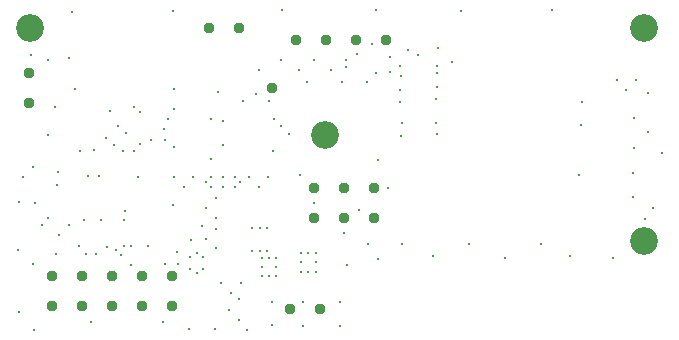
<source format=gbr>
%TF.GenerationSoftware,Altium Limited,Altium Designer,20.1.8 (145)*%
G04 Layer_Color=0*
%FSLAX45Y45*%
%MOMM*%
%TF.SameCoordinates,A8D28DC8-49F5-44E5-8DCE-E7A12525CE2F*%
%TF.FilePolarity,Positive*%
%TF.FileFunction,Plated,1,4,PTH,Drill*%
%TF.Part,Single*%
G01*
G75*
%TA.AperFunction,ComponentDrill*%
%ADD64C,0.95000*%
%TA.AperFunction,OtherDrill,Pad Free-1 (2mm,26mm)*%
%ADD65C,2.35000*%
%TA.AperFunction,OtherDrill,Pad Free-1 (54mm,26mm)*%
%ADD66C,2.35000*%
%TA.AperFunction,OtherDrill,Pad Free-1 (27mm,17mm)*%
%ADD67C,2.35000*%
%TA.AperFunction,OtherDrill,Pad Free-1 (54mm,8mm)*%
%ADD68C,2.35000*%
%TA.AperFunction,ViaDrill,NotFilled*%
%ADD69C,0.30000*%
D64*
X190500Y2222500D02*
D03*
X2245360Y2095500D02*
D03*
X190500Y1968500D02*
D03*
X1714500Y2603500D02*
D03*
X1968500D02*
D03*
X2600960Y995680D02*
D03*
X2854960Y995680D02*
D03*
X3108960Y995680D02*
D03*
Y1249680D02*
D03*
X2854960Y1249680D02*
D03*
X2600960Y1249680D02*
D03*
X2397760Y223520D02*
D03*
X2651760D02*
D03*
X3209700Y2500000D02*
D03*
X2955700D02*
D03*
X2701700D02*
D03*
X2447700D02*
D03*
X1398399Y247460D02*
D03*
X1144399D02*
D03*
X890399D02*
D03*
X636399D02*
D03*
X382399D02*
D03*
Y501460D02*
D03*
X636399D02*
D03*
X890399D02*
D03*
X1144399D02*
D03*
X1398399D02*
D03*
D65*
X200000Y2600000D02*
D03*
D66*
X5400000D02*
D03*
D67*
X2700000Y1700000D02*
D03*
D68*
X5400000Y800000D02*
D03*
D69*
X3850425Y2750483D02*
D03*
X1078193Y1562115D02*
D03*
X1126580Y1623283D02*
D03*
X910929Y1613295D02*
D03*
X943297Y1770515D02*
D03*
X1223376Y1653525D02*
D03*
X1345515Y1654596D02*
D03*
X350726Y2328384D02*
D03*
X999865Y1051721D02*
D03*
X3655012Y2436924D02*
D03*
X3774515Y2311090D02*
D03*
X5306060Y1374140D02*
D03*
X5308600Y1176020D02*
D03*
X4848860Y1361440D02*
D03*
X4866640Y1785620D02*
D03*
X3402935Y2416299D02*
D03*
X3246120Y2357120D02*
D03*
X3643922Y2278169D02*
D03*
Y2222500D02*
D03*
X1126580Y1890986D02*
D03*
X3247701Y2226712D02*
D03*
X3127703Y2218590D02*
D03*
X2265734Y1835793D02*
D03*
X1449375Y605779D02*
D03*
X1345866Y605261D02*
D03*
X1443958Y705824D02*
D03*
X1199551Y758665D02*
D03*
X142240Y1340717D02*
D03*
X430393Y1270562D02*
D03*
X223520Y1424432D02*
D03*
X437008Y1384893D02*
D03*
X781327Y1348822D02*
D03*
X298928Y932180D02*
D03*
X2854960Y864245D02*
D03*
X2600960Y1124781D02*
D03*
X3091798Y2465792D02*
D03*
X2477837Y2243994D02*
D03*
X2744050Y2244737D02*
D03*
X2542113Y2147328D02*
D03*
X1833666Y1811831D02*
D03*
X1730928Y1835318D02*
D03*
X1833158Y1615898D02*
D03*
X5431371Y2048566D02*
D03*
X4871720Y1973580D02*
D03*
X5428829Y1721689D02*
D03*
X5313680Y1838960D02*
D03*
X5316443Y1588181D02*
D03*
X3614869Y668638D02*
D03*
X4774682Y670662D02*
D03*
X4524248Y771906D02*
D03*
X3918974Y772629D02*
D03*
X5246709Y2074969D02*
D03*
X1326669Y109710D02*
D03*
X1053960Y596369D02*
D03*
X1078039Y1933779D02*
D03*
X348049Y1693248D02*
D03*
X1368365Y1834474D02*
D03*
X877664Y1897491D02*
D03*
X1691001Y1297639D02*
D03*
X1735620Y1341689D02*
D03*
X738625Y1566689D02*
D03*
X3645623Y1708438D02*
D03*
X3351745Y776880D02*
D03*
X3058160Y776674D02*
D03*
X3234706Y1249680D02*
D03*
X2987999Y1060856D02*
D03*
X4222323Y657921D02*
D03*
X5547360Y1546860D02*
D03*
X2600902Y2334455D02*
D03*
X2321085Y2335281D02*
D03*
X1978380Y1297639D02*
D03*
X2078280Y713740D02*
D03*
X2142800D02*
D03*
X2205020D02*
D03*
Y906780D02*
D03*
X2142800D02*
D03*
X2078280D02*
D03*
X1735620Y1253589D02*
D03*
X1831340D02*
D03*
Y1341689D02*
D03*
X1933760Y1253589D02*
D03*
Y1341689D02*
D03*
X2335926Y2752158D02*
D03*
X845819Y1673793D02*
D03*
X109750Y1126383D02*
D03*
X1336145Y1745132D02*
D03*
X1414574Y1597810D02*
D03*
X624206Y1560833D02*
D03*
X1790178Y2065251D02*
D03*
X987042Y1561843D02*
D03*
X1544320Y55880D02*
D03*
X1763439Y54141D02*
D03*
X3147229Y1488103D02*
D03*
X2481665Y1362133D02*
D03*
X3336844Y1688254D02*
D03*
X3335524Y1978203D02*
D03*
X2556760Y538700D02*
D03*
X2618740D02*
D03*
Y618340D02*
D03*
Y696824D02*
D03*
X2556760D02*
D03*
X2493860Y618340D02*
D03*
Y538700D02*
D03*
Y696824D02*
D03*
X3636955Y1799018D02*
D03*
X3641611Y2107413D02*
D03*
X3635995Y1999165D02*
D03*
X3346598Y1797577D02*
D03*
X2214880Y1343280D02*
D03*
X3333702Y2075746D02*
D03*
X2328200Y1769829D02*
D03*
X3339580Y2200246D02*
D03*
X2877820Y2273300D02*
D03*
Y2334260D02*
D03*
X2964644Y2384456D02*
D03*
X3124700Y2755900D02*
D03*
X2389789Y1704119D02*
D03*
X209149Y2371705D02*
D03*
X5472444Y1075824D02*
D03*
X5407414Y984782D02*
D03*
X2884107Y599223D02*
D03*
X3147277Y650550D02*
D03*
X5139394Y652953D02*
D03*
X4620214Y2754064D02*
D03*
X229163Y45074D02*
D03*
X1011909Y1713392D02*
D03*
X1733453Y1492176D02*
D03*
X854030Y745342D02*
D03*
X612446Y760886D02*
D03*
X669430Y693279D02*
D03*
X757530Y692941D02*
D03*
X1053960Y760893D02*
D03*
X996580D02*
D03*
X1658693Y927359D02*
D03*
X1565513Y807765D02*
D03*
X1557010Y663021D02*
D03*
X1663710D02*
D03*
X1665433Y562221D02*
D03*
X1555287D02*
D03*
X1610360Y532250D02*
D03*
Y695960D02*
D03*
X2844183Y2147923D02*
D03*
X1420000Y2085340D02*
D03*
X410906Y1937105D02*
D03*
X101976Y722125D02*
D03*
X109355Y201352D02*
D03*
X714303Y110886D02*
D03*
X2820478Y79803D02*
D03*
Y281940D02*
D03*
X2515023D02*
D03*
X2250440D02*
D03*
Y90216D02*
D03*
X2034467Y45074D02*
D03*
X2515023Y79803D02*
D03*
X447040Y853440D02*
D03*
X237826Y1117890D02*
D03*
X349008Y997584D02*
D03*
X225774Y602274D02*
D03*
X691709Y1348607D02*
D03*
X799593Y976079D02*
D03*
X656481Y980263D02*
D03*
X1116517Y1341689D02*
D03*
X531563Y2348557D02*
D03*
X580000Y2085340D02*
D03*
X1414720Y1914285D02*
D03*
X2138202Y2244429D02*
D03*
X1408676Y1106575D02*
D03*
X3049868Y2150022D02*
D03*
X558800Y2738120D02*
D03*
X1409700Y2745740D02*
D03*
X2134370Y1259840D02*
D03*
X2052320Y1343280D02*
D03*
X3336146Y2277714D02*
D03*
X931039Y727680D02*
D03*
X1582420Y1343280D02*
D03*
X970265Y677553D02*
D03*
X1686560Y820000D02*
D03*
Y1079840D02*
D03*
X5165644Y2164264D02*
D03*
X1419860Y1343280D02*
D03*
X1982840Y445321D02*
D03*
X2004060Y1985000D02*
D03*
X528320Y934260D02*
D03*
X5326107Y2164264D02*
D03*
X2112800Y2046644D02*
D03*
X1502480Y1259840D02*
D03*
X2284346Y580321D02*
D03*
Y502860D02*
D03*
Y657413D02*
D03*
X2160580Y657860D02*
D03*
Y502860D02*
D03*
Y580321D02*
D03*
X996580Y976622D02*
D03*
X2252980Y1559560D02*
D03*
X2222500Y1985000D02*
D03*
X3488251Y2372249D02*
D03*
X1771220Y1160526D02*
D03*
X1770860Y998220D02*
D03*
X1771220Y901700D02*
D03*
Y739140D02*
D03*
X422547Y691934D02*
D03*
X1884680Y218440D02*
D03*
X1971892Y304600D02*
D03*
X1972680Y134266D02*
D03*
X1898600Y357941D02*
D03*
X1816100Y445321D02*
D03*
X2222800Y502860D02*
D03*
Y657860D02*
D03*
%TF.MD5,a363a2cf040ebe27a2a4cd04f9849fc5*%
M02*

</source>
